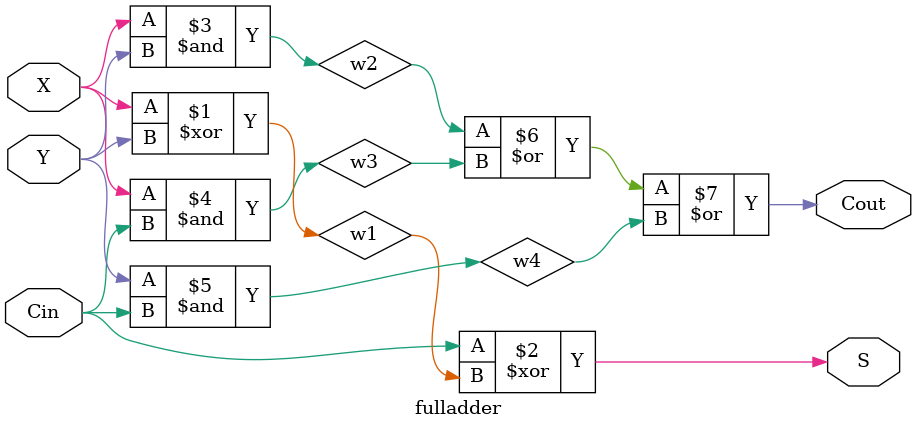
<source format=v>
`timescale 1ns / 1ps


module fulladder(X, Y, Cin, Cout, S);

    input X;
    input Y;
    input Cin;
    output Cout;
    output S;
    
    wire w1, w2, w3, w4;
    
    xor(w1, X, Y);
    xor(S, Cin, w1);
    
    and(w2, X, Y);
    and(w3, X, Cin);
    and(w4, Y, Cin);
    
    or (Cout, w2, w3, w4);    

endmodule










</source>
